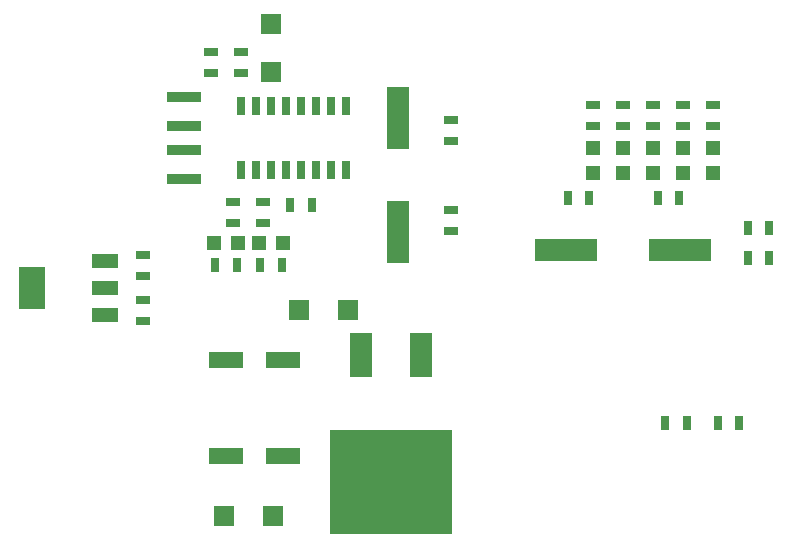
<source format=gbr>
G04 EAGLE Gerber RS-274X export*
G75*
%MOMM*%
%FSLAX34Y34*%
%LPD*%
%INSolderpaste Top*%
%IPPOS*%
%AMOC8*
5,1,8,0,0,1.08239X$1,22.5*%
G01*
%ADD10R,3.000000X1.400000*%
%ADD11R,0.800000X1.200000*%
%ADD12R,1.200000X0.800000*%
%ADD13R,1.800000X1.700000*%
%ADD14R,1.700000X1.800000*%
%ADD15R,2.235200X1.219200*%
%ADD16R,2.200000X3.600000*%
%ADD17R,3.000000X0.900000*%
%ADD18R,1.200000X1.200000*%
%ADD19R,0.635000X1.524000*%
%ADD20R,10.300000X8.900000*%
%ADD21R,1.930400X3.810000*%
%ADD22R,1.930400X5.334000*%
%ADD23R,5.334000X1.930400*%


D10*
X232280Y86360D03*
X184280Y86360D03*
D11*
X549800Y304800D03*
X567800Y304800D03*
X491600Y304800D03*
X473600Y304800D03*
X556150Y114300D03*
X574150Y114300D03*
X600600Y114300D03*
X618600Y114300D03*
X626000Y254000D03*
X644000Y254000D03*
D10*
X232280Y167640D03*
X184280Y167640D03*
D12*
X114300Y238650D03*
X114300Y256650D03*
X114300Y218550D03*
X114300Y200550D03*
X374650Y294750D03*
X374650Y276750D03*
X374650Y352950D03*
X374650Y370950D03*
D11*
X238650Y298450D03*
X256650Y298450D03*
D12*
X171450Y410100D03*
X171450Y428100D03*
X196850Y410100D03*
X196850Y428100D03*
D13*
X182700Y35560D03*
X223700Y35560D03*
X287200Y209550D03*
X246200Y209550D03*
D14*
X222250Y411300D03*
X222250Y452300D03*
D15*
X81788Y205486D03*
X81788Y228600D03*
X81788Y251714D03*
D16*
X19810Y228600D03*
D17*
X148320Y365600D03*
X148320Y390600D03*
X148320Y345600D03*
X148320Y320600D03*
D18*
X173650Y266700D03*
X194650Y266700D03*
X232750Y266700D03*
X211750Y266700D03*
X596900Y326050D03*
X596900Y347050D03*
X571500Y326050D03*
X571500Y347050D03*
X546100Y326050D03*
X546100Y347050D03*
X520700Y326050D03*
X520700Y347050D03*
X495300Y326050D03*
X495300Y347050D03*
D11*
X175150Y247650D03*
X193150Y247650D03*
D12*
X495300Y365650D03*
X495300Y383650D03*
X190500Y283100D03*
X190500Y301100D03*
D11*
X231250Y247650D03*
X213250Y247650D03*
D12*
X215900Y283100D03*
X215900Y301100D03*
D11*
X626000Y279400D03*
X644000Y279400D03*
D12*
X596900Y365650D03*
X596900Y383650D03*
X571500Y365650D03*
X571500Y383650D03*
X546100Y365650D03*
X546100Y383650D03*
X520700Y365650D03*
X520700Y383650D03*
D19*
X209550Y328650D03*
X234950Y382550D03*
X196850Y328650D03*
X222250Y328650D03*
X234950Y328650D03*
X222250Y382550D03*
X247650Y382550D03*
X260350Y382550D03*
X260350Y328650D03*
X285750Y382550D03*
X247650Y328650D03*
X273050Y328650D03*
X273050Y382550D03*
X285750Y328650D03*
X209550Y382550D03*
X196850Y382550D03*
D20*
X323850Y63900D03*
D21*
X349350Y171400D03*
X298350Y171400D03*
D22*
X330200Y372110D03*
X330200Y275590D03*
D23*
X472440Y260350D03*
X568960Y260350D03*
M02*

</source>
